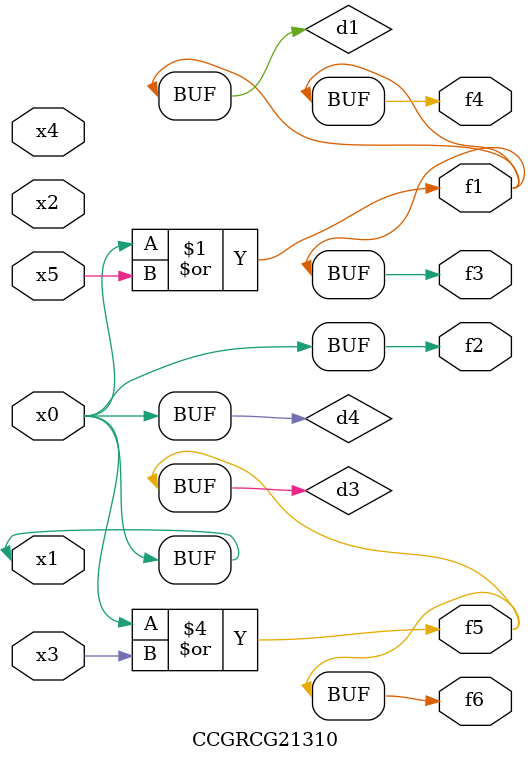
<source format=v>
module CCGRCG21310(
	input x0, x1, x2, x3, x4, x5,
	output f1, f2, f3, f4, f5, f6
);

	wire d1, d2, d3, d4;

	or (d1, x0, x5);
	xnor (d2, x1, x4);
	or (d3, x0, x3);
	buf (d4, x0, x1);
	assign f1 = d1;
	assign f2 = d4;
	assign f3 = d1;
	assign f4 = d1;
	assign f5 = d3;
	assign f6 = d3;
endmodule

</source>
